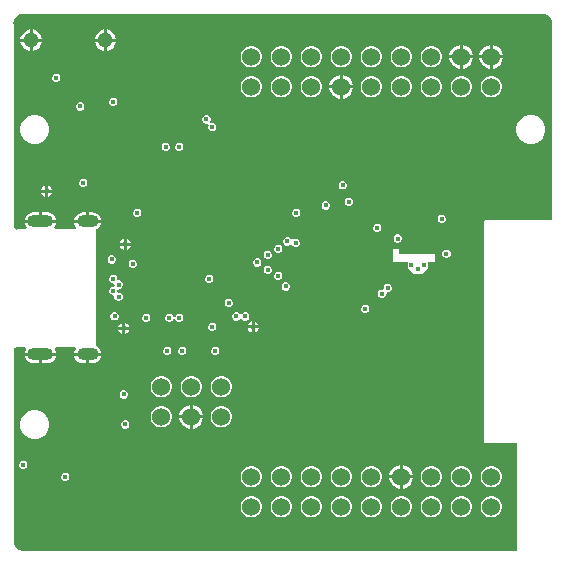
<source format=gbr>
%TF.GenerationSoftware,Altium Limited,Altium Designer Develop,26.0.0 (27)*%
G04 Layer_Physical_Order=2*
G04 Layer_Color=36540*
%FSLAX45Y45*%
%MOMM*%
%TF.SameCoordinates,D5E2BA32-6F81-40A5-AA13-F30F529DFF44*%
%TF.FilePolarity,Positive*%
%TF.FileFunction,Copper,L2,Inr,Signal*%
%TF.Part,Single*%
G01*
G75*
%TA.AperFunction,ComponentPad*%
%ADD54C,0.45000*%
%ADD55C,1.30000*%
G04:AMPARAMS|DCode=56|XSize=1mm|YSize=1.8mm|CornerRadius=0.5mm|HoleSize=0mm|Usage=FLASHONLY|Rotation=270.000|XOffset=0mm|YOffset=0mm|HoleType=Round|Shape=RoundedRectangle|*
%AMROUNDEDRECTD56*
21,1,1.00000,0.80000,0,0,270.0*
21,1,0.00000,1.80000,0,0,270.0*
1,1,1.00000,-0.40000,0.00000*
1,1,1.00000,-0.40000,0.00000*
1,1,1.00000,0.40000,0.00000*
1,1,1.00000,0.40000,0.00000*
%
%ADD56ROUNDEDRECTD56*%
G04:AMPARAMS|DCode=57|XSize=1mm|YSize=2.2mm|CornerRadius=0.5mm|HoleSize=0mm|Usage=FLASHONLY|Rotation=270.000|XOffset=0mm|YOffset=0mm|HoleType=Round|Shape=RoundedRectangle|*
%AMROUNDEDRECTD57*
21,1,1.00000,1.20000,0,0,270.0*
21,1,0.00000,2.20000,0,0,270.0*
1,1,1.00000,-0.60000,0.00000*
1,1,1.00000,-0.60000,0.00000*
1,1,1.00000,0.60000,0.00000*
1,1,1.00000,0.60000,0.00000*
%
%ADD57ROUNDEDRECTD57*%
%TA.AperFunction,ViaPad*%
%ADD58C,0.45000*%
%ADD59C,0.50000*%
%TA.AperFunction,ComponentPad*%
%ADD60C,1.52400*%
G36*
X4500000Y4480897D02*
X4507968D01*
X4523596Y4477788D01*
X4538319Y4471690D01*
X4551568Y4462837D01*
X4562837Y4451568D01*
X4571690Y4438320D01*
X4577788Y4423595D01*
X4580897Y4407968D01*
X4580897Y4400000D01*
X4580895Y2731546D01*
X4013200D01*
X4003480Y2727520D01*
X3999454Y2717800D01*
Y1612900D01*
X3999714Y1612272D01*
Y862220D01*
X4003740Y852499D01*
X4013460Y848473D01*
X4278854D01*
Y-65298D01*
X100000Y-65297D01*
X92108D01*
X76622Y-62247D01*
X62018Y-56260D01*
X48844Y-47564D01*
X37601Y-36487D01*
X28711Y-23444D01*
X22509Y-8931D01*
X19229Y6509D01*
X19114Y14247D01*
X19103Y1615079D01*
X19102Y1621739D01*
X21701Y1634801D01*
X26799Y1647109D01*
X30373Y1652458D01*
X41604Y1661139D01*
X51324Y1657113D01*
X118570D01*
X126085Y1641873D01*
X121138Y1635425D01*
X113541Y1617084D01*
X112621Y1610100D01*
X247000D01*
X381379D01*
X380459Y1617084D01*
X372862Y1635425D01*
X367915Y1641873D01*
X375430Y1657113D01*
X538570D01*
X546086Y1641873D01*
X541138Y1635425D01*
X533541Y1617084D01*
X532621Y1610100D01*
X647000D01*
X761379D01*
X760459Y1617084D01*
X752862Y1635425D01*
X740776Y1651176D01*
X725025Y1663262D01*
X718687Y1665887D01*
X720746Y1670859D01*
Y2641600D01*
X716720Y2651320D01*
Y2651321D01*
X721026Y2653882D01*
X725025Y2655538D01*
X729206Y2658747D01*
X740776Y2667624D01*
X752862Y2683375D01*
X760459Y2701716D01*
X761378Y2708700D01*
X647000D01*
X532621D01*
X533541Y2701716D01*
X541138Y2683375D01*
X550951Y2670586D01*
X547829Y2660293D01*
X544190Y2655346D01*
X369810D01*
X366171Y2660293D01*
X363049Y2670586D01*
X372862Y2683375D01*
X380459Y2701716D01*
X381379Y2708699D01*
X247000D01*
X112621D01*
X113541Y2701716D01*
X121138Y2683375D01*
X130951Y2670586D01*
X127829Y2660293D01*
X124190Y2655346D01*
X51324D01*
X42375Y2651640D01*
X38907Y2655107D01*
X34426Y2659589D01*
X27283Y2670063D01*
X22212Y2681683D01*
X19376Y2694094D01*
X19103Y2700441D01*
X19102Y4389966D01*
X19007Y4390446D01*
X19079Y4390931D01*
X18679Y4399391D01*
X21194Y4416144D01*
X26928Y4432086D01*
X35661Y4446601D01*
X47059Y4459136D01*
X60682Y4469205D01*
X76007Y4476425D01*
X92447Y4480516D01*
X100482Y4480897D01*
X4500000Y4480897D01*
D02*
G37*
%LPC*%
G36*
X180301Y4346586D02*
Y4269100D01*
X257786D01*
X251839Y4291293D01*
X239938Y4311907D01*
X223107Y4328738D01*
X202493Y4340639D01*
X180301Y4346586D01*
D02*
G37*
G36*
X810299Y4346586D02*
Y4269100D01*
X887786D01*
X881839Y4291293D01*
X869938Y4311907D01*
X853107Y4328738D01*
X832493Y4340639D01*
X810299Y4346586D01*
D02*
G37*
G36*
X784899Y4346586D02*
X762707Y4340639D01*
X742093Y4328738D01*
X725262Y4311907D01*
X713361Y4291293D01*
X707414Y4269100D01*
X784899D01*
Y4346586D01*
D02*
G37*
G36*
X154901Y4346586D02*
X132707Y4340639D01*
X112093Y4328738D01*
X95262Y4311907D01*
X83361Y4291293D01*
X77414Y4269100D01*
X154901D01*
Y4346586D01*
D02*
G37*
G36*
X257786Y4243700D02*
X180301D01*
Y4166214D01*
X202493Y4172161D01*
X223107Y4184062D01*
X239938Y4200893D01*
X251839Y4221507D01*
X257786Y4243700D01*
D02*
G37*
G36*
X784899D02*
X707414D01*
X713361Y4221507D01*
X725262Y4200893D01*
X742093Y4184062D01*
X762707Y4172161D01*
X784899Y4166214D01*
Y4243700D01*
D02*
G37*
G36*
X887786D02*
X810299D01*
Y4166214D01*
X832493Y4172161D01*
X853107Y4184062D01*
X869938Y4200893D01*
X881839Y4221507D01*
X887786Y4243700D01*
D02*
G37*
G36*
X154901D02*
X77414D01*
X83361Y4221507D01*
X95262Y4200893D01*
X112093Y4184062D01*
X132707Y4172161D01*
X154901Y4166214D01*
Y4243700D01*
D02*
G37*
G36*
X4077376Y4216400D02*
X4076700D01*
Y4127500D01*
X4165600D01*
Y4128176D01*
X4158676Y4154016D01*
X4145300Y4177184D01*
X4126384Y4196100D01*
X4103216Y4209476D01*
X4077376Y4216400D01*
D02*
G37*
G36*
X3823376D02*
X3822700D01*
Y4127500D01*
X3911600D01*
Y4128176D01*
X3904676Y4154016D01*
X3891300Y4177184D01*
X3872384Y4196100D01*
X3849216Y4209476D01*
X3823376Y4216400D01*
D02*
G37*
G36*
X3797300D02*
X3796624D01*
X3770784Y4209476D01*
X3747616Y4196100D01*
X3728700Y4177184D01*
X3715324Y4154016D01*
X3708400Y4128176D01*
Y4127500D01*
X3797300D01*
Y4216400D01*
D02*
G37*
G36*
X4051300D02*
X4050624D01*
X4024784Y4209476D01*
X4001616Y4196100D01*
X3982700Y4177184D01*
X3969324Y4154016D01*
X3962400Y4128176D01*
Y4127500D01*
X4051300D01*
Y4216400D01*
D02*
G37*
G36*
X3567704Y4203700D02*
X3544296D01*
X3521686Y4197642D01*
X3501414Y4185938D01*
X3484862Y4169386D01*
X3473158Y4149114D01*
X3467100Y4126504D01*
Y4103096D01*
X3473158Y4080486D01*
X3484862Y4060214D01*
X3501414Y4043662D01*
X3521686Y4031958D01*
X3544296Y4025900D01*
X3567704D01*
X3590314Y4031958D01*
X3610586Y4043662D01*
X3627138Y4060214D01*
X3638842Y4080486D01*
X3644900Y4103096D01*
Y4126504D01*
X3638842Y4149114D01*
X3627138Y4169386D01*
X3610586Y4185938D01*
X3590314Y4197642D01*
X3567704Y4203700D01*
D02*
G37*
G36*
X3313704D02*
X3290296D01*
X3267686Y4197642D01*
X3247414Y4185938D01*
X3230862Y4169386D01*
X3219158Y4149114D01*
X3213100Y4126504D01*
Y4103096D01*
X3219158Y4080486D01*
X3230862Y4060214D01*
X3247414Y4043662D01*
X3267686Y4031958D01*
X3290296Y4025900D01*
X3313704D01*
X3336314Y4031958D01*
X3356586Y4043662D01*
X3373138Y4060214D01*
X3384842Y4080486D01*
X3390900Y4103096D01*
Y4126504D01*
X3384842Y4149114D01*
X3373138Y4169386D01*
X3356586Y4185938D01*
X3336314Y4197642D01*
X3313704Y4203700D01*
D02*
G37*
G36*
X3059704D02*
X3036296D01*
X3013686Y4197642D01*
X2993414Y4185938D01*
X2976862Y4169386D01*
X2965158Y4149114D01*
X2959100Y4126504D01*
Y4103096D01*
X2965158Y4080486D01*
X2976862Y4060214D01*
X2993414Y4043662D01*
X3013686Y4031958D01*
X3036296Y4025900D01*
X3059704D01*
X3082314Y4031958D01*
X3102586Y4043662D01*
X3119138Y4060214D01*
X3130842Y4080486D01*
X3136900Y4103096D01*
Y4126504D01*
X3130842Y4149114D01*
X3119138Y4169386D01*
X3102586Y4185938D01*
X3082314Y4197642D01*
X3059704Y4203700D01*
D02*
G37*
G36*
X2805704D02*
X2782296D01*
X2759686Y4197642D01*
X2739414Y4185938D01*
X2722862Y4169386D01*
X2711158Y4149114D01*
X2705100Y4126504D01*
Y4103096D01*
X2711158Y4080486D01*
X2722862Y4060214D01*
X2739414Y4043662D01*
X2759686Y4031958D01*
X2782296Y4025900D01*
X2805704D01*
X2828314Y4031958D01*
X2848586Y4043662D01*
X2865138Y4060214D01*
X2876842Y4080486D01*
X2882900Y4103096D01*
Y4126504D01*
X2876842Y4149114D01*
X2865138Y4169386D01*
X2848586Y4185938D01*
X2828314Y4197642D01*
X2805704Y4203700D01*
D02*
G37*
G36*
X2551704D02*
X2528296D01*
X2505686Y4197642D01*
X2485414Y4185938D01*
X2468862Y4169386D01*
X2457158Y4149114D01*
X2451100Y4126504D01*
Y4103096D01*
X2457158Y4080486D01*
X2468862Y4060214D01*
X2485414Y4043662D01*
X2505686Y4031958D01*
X2528296Y4025900D01*
X2551704D01*
X2574314Y4031958D01*
X2594586Y4043662D01*
X2611138Y4060214D01*
X2622842Y4080486D01*
X2628900Y4103096D01*
Y4126504D01*
X2622842Y4149114D01*
X2611138Y4169386D01*
X2594586Y4185938D01*
X2574314Y4197642D01*
X2551704Y4203700D01*
D02*
G37*
G36*
X2297704D02*
X2274296D01*
X2251686Y4197642D01*
X2231414Y4185938D01*
X2214862Y4169386D01*
X2203158Y4149114D01*
X2197100Y4126504D01*
Y4103096D01*
X2203158Y4080486D01*
X2214862Y4060214D01*
X2231414Y4043662D01*
X2251686Y4031958D01*
X2274296Y4025900D01*
X2297704D01*
X2320314Y4031958D01*
X2340586Y4043662D01*
X2357138Y4060214D01*
X2368842Y4080486D01*
X2374900Y4103096D01*
Y4126504D01*
X2368842Y4149114D01*
X2357138Y4169386D01*
X2340586Y4185938D01*
X2320314Y4197642D01*
X2297704Y4203700D01*
D02*
G37*
G36*
X2043704D02*
X2020296D01*
X1997686Y4197642D01*
X1977414Y4185938D01*
X1960862Y4169386D01*
X1949158Y4149114D01*
X1943100Y4126504D01*
Y4103096D01*
X1949158Y4080486D01*
X1960862Y4060214D01*
X1977414Y4043662D01*
X1997686Y4031958D01*
X2020296Y4025900D01*
X2043704D01*
X2066314Y4031958D01*
X2086586Y4043662D01*
X2103138Y4060214D01*
X2114842Y4080486D01*
X2120900Y4103096D01*
Y4126504D01*
X2114842Y4149114D01*
X2103138Y4169386D01*
X2086586Y4185938D01*
X2066314Y4197642D01*
X2043704Y4203700D01*
D02*
G37*
G36*
X4165600Y4102100D02*
X4076700D01*
Y4013200D01*
X4077376D01*
X4103216Y4020124D01*
X4126384Y4033500D01*
X4145300Y4052416D01*
X4158676Y4075584D01*
X4165600Y4101424D01*
Y4102100D01*
D02*
G37*
G36*
X4051300D02*
X3962400D01*
Y4101424D01*
X3969324Y4075584D01*
X3982700Y4052416D01*
X4001616Y4033500D01*
X4024784Y4020124D01*
X4050624Y4013200D01*
X4051300D01*
Y4102100D01*
D02*
G37*
G36*
X3911600D02*
X3822700D01*
Y4013200D01*
X3823376D01*
X3849216Y4020124D01*
X3872384Y4033500D01*
X3891300Y4052416D01*
X3904676Y4075584D01*
X3911600Y4101424D01*
Y4102100D01*
D02*
G37*
G36*
X3797300D02*
X3708400D01*
Y4101424D01*
X3715324Y4075584D01*
X3728700Y4052416D01*
X3747616Y4033500D01*
X3770784Y4020124D01*
X3796624Y4013200D01*
X3797300D01*
Y4102100D01*
D02*
G37*
G36*
X388002Y3972200D02*
X373998D01*
X361061Y3966841D01*
X351159Y3956939D01*
X345800Y3944002D01*
Y3929998D01*
X351159Y3917061D01*
X361061Y3907159D01*
X373998Y3901800D01*
X388002D01*
X400939Y3907159D01*
X410841Y3917061D01*
X416200Y3929998D01*
Y3944002D01*
X410841Y3956939D01*
X400939Y3966841D01*
X388002Y3972200D01*
D02*
G37*
G36*
X2807376Y3962400D02*
X2806700D01*
Y3873500D01*
X2895600D01*
Y3874176D01*
X2888676Y3900016D01*
X2875300Y3923184D01*
X2856384Y3942100D01*
X2833216Y3955476D01*
X2807376Y3962400D01*
D02*
G37*
G36*
X2781300D02*
X2780624D01*
X2754784Y3955476D01*
X2731616Y3942100D01*
X2712700Y3923184D01*
X2699324Y3900016D01*
X2692400Y3874176D01*
Y3873500D01*
X2781300D01*
Y3962400D01*
D02*
G37*
G36*
X4075704Y3949700D02*
X4052296D01*
X4029686Y3943642D01*
X4009414Y3931938D01*
X3992862Y3915386D01*
X3981158Y3895114D01*
X3975100Y3872504D01*
Y3849096D01*
X3981158Y3826486D01*
X3992862Y3806214D01*
X4009414Y3789662D01*
X4029686Y3777958D01*
X4052296Y3771900D01*
X4075704D01*
X4098314Y3777958D01*
X4118586Y3789662D01*
X4135138Y3806214D01*
X4146842Y3826486D01*
X4152900Y3849096D01*
Y3872504D01*
X4146842Y3895114D01*
X4135138Y3915386D01*
X4118586Y3931938D01*
X4098314Y3943642D01*
X4075704Y3949700D01*
D02*
G37*
G36*
X3821704D02*
X3798296D01*
X3775686Y3943642D01*
X3755414Y3931938D01*
X3738862Y3915386D01*
X3727158Y3895114D01*
X3721100Y3872504D01*
Y3849096D01*
X3727158Y3826486D01*
X3738862Y3806214D01*
X3755414Y3789662D01*
X3775686Y3777958D01*
X3798296Y3771900D01*
X3821704D01*
X3844314Y3777958D01*
X3864586Y3789662D01*
X3881138Y3806214D01*
X3892842Y3826486D01*
X3898900Y3849096D01*
Y3872504D01*
X3892842Y3895114D01*
X3881138Y3915386D01*
X3864586Y3931938D01*
X3844314Y3943642D01*
X3821704Y3949700D01*
D02*
G37*
G36*
X3567704D02*
X3544296D01*
X3521686Y3943642D01*
X3501414Y3931938D01*
X3484862Y3915386D01*
X3473158Y3895114D01*
X3467100Y3872504D01*
Y3849096D01*
X3473158Y3826486D01*
X3484862Y3806214D01*
X3501414Y3789662D01*
X3521686Y3777958D01*
X3544296Y3771900D01*
X3567704D01*
X3590314Y3777958D01*
X3610586Y3789662D01*
X3627138Y3806214D01*
X3638842Y3826486D01*
X3644900Y3849096D01*
Y3872504D01*
X3638842Y3895114D01*
X3627138Y3915386D01*
X3610586Y3931938D01*
X3590314Y3943642D01*
X3567704Y3949700D01*
D02*
G37*
G36*
X3313704D02*
X3290296D01*
X3267686Y3943642D01*
X3247414Y3931938D01*
X3230862Y3915386D01*
X3219158Y3895114D01*
X3213100Y3872504D01*
Y3849096D01*
X3219158Y3826486D01*
X3230862Y3806214D01*
X3247414Y3789662D01*
X3267686Y3777958D01*
X3290296Y3771900D01*
X3313704D01*
X3336314Y3777958D01*
X3356586Y3789662D01*
X3373138Y3806214D01*
X3384842Y3826486D01*
X3390900Y3849096D01*
Y3872504D01*
X3384842Y3895114D01*
X3373138Y3915386D01*
X3356586Y3931938D01*
X3336314Y3943642D01*
X3313704Y3949700D01*
D02*
G37*
G36*
X3059704D02*
X3036296D01*
X3013686Y3943642D01*
X2993414Y3931938D01*
X2976862Y3915386D01*
X2965158Y3895114D01*
X2959100Y3872504D01*
Y3849096D01*
X2965158Y3826486D01*
X2976862Y3806214D01*
X2993414Y3789662D01*
X3013686Y3777958D01*
X3036296Y3771900D01*
X3059704D01*
X3082314Y3777958D01*
X3102586Y3789662D01*
X3119138Y3806214D01*
X3130842Y3826486D01*
X3136900Y3849096D01*
Y3872504D01*
X3130842Y3895114D01*
X3119138Y3915386D01*
X3102586Y3931938D01*
X3082314Y3943642D01*
X3059704Y3949700D01*
D02*
G37*
G36*
X2551704D02*
X2528296D01*
X2505686Y3943642D01*
X2485414Y3931938D01*
X2468862Y3915386D01*
X2457158Y3895114D01*
X2451100Y3872504D01*
Y3849096D01*
X2457158Y3826486D01*
X2468862Y3806214D01*
X2485414Y3789662D01*
X2505686Y3777958D01*
X2528296Y3771900D01*
X2551704D01*
X2574314Y3777958D01*
X2594586Y3789662D01*
X2611138Y3806214D01*
X2622842Y3826486D01*
X2628900Y3849096D01*
Y3872504D01*
X2622842Y3895114D01*
X2611138Y3915386D01*
X2594586Y3931938D01*
X2574314Y3943642D01*
X2551704Y3949700D01*
D02*
G37*
G36*
X2297704D02*
X2274296D01*
X2251686Y3943642D01*
X2231414Y3931938D01*
X2214862Y3915386D01*
X2203158Y3895114D01*
X2197100Y3872504D01*
Y3849096D01*
X2203158Y3826486D01*
X2214862Y3806214D01*
X2231414Y3789662D01*
X2251686Y3777958D01*
X2274296Y3771900D01*
X2297704D01*
X2320314Y3777958D01*
X2340586Y3789662D01*
X2357138Y3806214D01*
X2368842Y3826486D01*
X2374900Y3849096D01*
Y3872504D01*
X2368842Y3895114D01*
X2357138Y3915386D01*
X2340586Y3931938D01*
X2320314Y3943642D01*
X2297704Y3949700D01*
D02*
G37*
G36*
X2043704D02*
X2020296D01*
X1997686Y3943642D01*
X1977414Y3931938D01*
X1960862Y3915386D01*
X1949158Y3895114D01*
X1943100Y3872504D01*
Y3849096D01*
X1949158Y3826486D01*
X1960862Y3806214D01*
X1977414Y3789662D01*
X1997686Y3777958D01*
X2020296Y3771900D01*
X2043704D01*
X2066314Y3777958D01*
X2086586Y3789662D01*
X2103138Y3806214D01*
X2114842Y3826486D01*
X2120900Y3849096D01*
Y3872504D01*
X2114842Y3895114D01*
X2103138Y3915386D01*
X2086586Y3931938D01*
X2066314Y3943642D01*
X2043704Y3949700D01*
D02*
G37*
G36*
X2895600Y3848100D02*
X2806700D01*
Y3759200D01*
X2807376D01*
X2833216Y3766124D01*
X2856384Y3779500D01*
X2875300Y3798416D01*
X2888676Y3821584D01*
X2895600Y3847424D01*
Y3848100D01*
D02*
G37*
G36*
X2781300D02*
X2692400D01*
Y3847424D01*
X2699324Y3821584D01*
X2712700Y3798416D01*
X2731616Y3779500D01*
X2754784Y3766124D01*
X2780624Y3759200D01*
X2781300D01*
Y3848100D01*
D02*
G37*
G36*
X870602Y3769000D02*
X856598D01*
X843661Y3763641D01*
X833759Y3753739D01*
X828400Y3740802D01*
Y3726798D01*
X833759Y3713861D01*
X843661Y3703959D01*
X856598Y3698600D01*
X870602D01*
X883539Y3703959D01*
X893441Y3713861D01*
X898800Y3726798D01*
Y3740802D01*
X893441Y3753739D01*
X883539Y3763641D01*
X870602Y3769000D01*
D02*
G37*
G36*
X591202Y3730900D02*
X577198D01*
X564261Y3725541D01*
X554359Y3715639D01*
X549000Y3702702D01*
Y3688698D01*
X554359Y3675761D01*
X564261Y3665859D01*
X577198Y3660500D01*
X591202D01*
X604139Y3665859D01*
X614041Y3675761D01*
X619400Y3688698D01*
Y3702702D01*
X614041Y3715639D01*
X604139Y3725541D01*
X591202Y3730900D01*
D02*
G37*
G36*
X1658802Y3620429D02*
X1644798D01*
X1631861Y3615070D01*
X1621959Y3605168D01*
X1616600Y3592231D01*
Y3578228D01*
X1621959Y3565290D01*
X1631861Y3555388D01*
X1644798Y3550029D01*
X1658802D01*
X1660278Y3550641D01*
X1667882Y3542928D01*
X1670372Y3538326D01*
X1665619Y3526850D01*
Y3512847D01*
X1670978Y3499910D01*
X1680880Y3490008D01*
X1693817Y3484649D01*
X1707820D01*
X1720758Y3490008D01*
X1730659Y3499910D01*
X1736018Y3512847D01*
Y3526850D01*
X1730659Y3539788D01*
X1720758Y3549690D01*
X1707820Y3555049D01*
X1693817D01*
X1692340Y3554437D01*
X1684737Y3562150D01*
X1682246Y3566752D01*
X1687000Y3578228D01*
Y3592231D01*
X1681641Y3605168D01*
X1671739Y3615070D01*
X1658802Y3620429D01*
D02*
G37*
G36*
X4416154Y3622700D02*
X4383846D01*
X4352640Y3614338D01*
X4324661Y3598185D01*
X4301816Y3575340D01*
X4285662Y3547360D01*
X4277300Y3516154D01*
Y3483846D01*
X4285662Y3452640D01*
X4301816Y3424661D01*
X4324661Y3401816D01*
X4352640Y3385662D01*
X4383846Y3377300D01*
X4416154D01*
X4447360Y3385662D01*
X4475340Y3401816D01*
X4498185Y3424661D01*
X4514338Y3452640D01*
X4522700Y3483846D01*
Y3516154D01*
X4514338Y3547360D01*
X4498185Y3575340D01*
X4475340Y3598185D01*
X4447360Y3614338D01*
X4416154Y3622700D01*
D02*
G37*
G36*
X216154D02*
X183846D01*
X152640Y3614338D01*
X124661Y3598185D01*
X101816Y3575340D01*
X85662Y3547360D01*
X77300Y3516154D01*
Y3483846D01*
X85662Y3452640D01*
X101816Y3424661D01*
X124661Y3401816D01*
X152640Y3385662D01*
X183846Y3377300D01*
X216154D01*
X247360Y3385662D01*
X275340Y3401816D01*
X298185Y3424661D01*
X314338Y3452640D01*
X322700Y3483846D01*
Y3516154D01*
X314338Y3547360D01*
X298185Y3575340D01*
X275340Y3598185D01*
X247360Y3614338D01*
X216154Y3622700D01*
D02*
G37*
G36*
X1429402Y3388000D02*
X1415398D01*
X1402461Y3382641D01*
X1392559Y3372739D01*
X1387200Y3359802D01*
Y3345798D01*
X1392559Y3332861D01*
X1402461Y3322959D01*
X1415398Y3317600D01*
X1429402D01*
X1442339Y3322959D01*
X1452241Y3332861D01*
X1457600Y3345798D01*
Y3359802D01*
X1452241Y3372739D01*
X1442339Y3382641D01*
X1429402Y3388000D01*
D02*
G37*
G36*
X1315102D02*
X1301098D01*
X1288161Y3382641D01*
X1278259Y3372739D01*
X1272900Y3359802D01*
Y3345798D01*
X1278259Y3332861D01*
X1288161Y3322959D01*
X1301098Y3317600D01*
X1315102D01*
X1328039Y3322959D01*
X1337941Y3332861D01*
X1343300Y3345798D01*
Y3359802D01*
X1337941Y3372739D01*
X1328039Y3382641D01*
X1315102Y3388000D01*
D02*
G37*
G36*
X616602Y3083200D02*
X602598D01*
X589661Y3077841D01*
X579759Y3067939D01*
X574400Y3055002D01*
Y3040998D01*
X579759Y3028061D01*
X589661Y3018159D01*
X602598Y3012800D01*
X616602D01*
X629539Y3018159D01*
X639441Y3028061D01*
X644800Y3040998D01*
Y3055002D01*
X639441Y3067939D01*
X629539Y3077841D01*
X616602Y3083200D01*
D02*
G37*
G36*
X2813702Y3062880D02*
X2799698D01*
X2786761Y3057521D01*
X2776859Y3047619D01*
X2771500Y3034682D01*
Y3020678D01*
X2776859Y3007741D01*
X2786761Y2997839D01*
X2799698Y2992480D01*
X2813702D01*
X2826639Y2997839D01*
X2836541Y3007741D01*
X2841900Y3020678D01*
Y3034682D01*
X2836541Y3047619D01*
X2826639Y3057521D01*
X2813702Y3062880D01*
D02*
G37*
G36*
X312420Y3023466D02*
Y2989580D01*
X346306D01*
X340327Y3004013D01*
X326853Y3017487D01*
X312420Y3023466D01*
D02*
G37*
G36*
X287020D02*
X272587Y3017487D01*
X259113Y3004013D01*
X253134Y2989580D01*
X287020D01*
Y3023466D01*
D02*
G37*
G36*
X346306Y2964180D02*
X312420D01*
Y2930294D01*
X326853Y2936273D01*
X340327Y2949747D01*
X346306Y2964180D01*
D02*
G37*
G36*
X287020D02*
X253134D01*
X259113Y2949747D01*
X272587Y2936273D01*
X287020Y2930294D01*
Y2964180D01*
D02*
G37*
G36*
X2863950Y2922801D02*
X2849947D01*
X2837009Y2917442D01*
X2827107Y2907540D01*
X2821748Y2894603D01*
Y2880599D01*
X2827107Y2867662D01*
X2837009Y2857760D01*
X2849947Y2852401D01*
X2863950D01*
X2876887Y2857760D01*
X2886789Y2867662D01*
X2892148Y2880599D01*
Y2894603D01*
X2886789Y2907540D01*
X2876887Y2917442D01*
X2863950Y2922801D01*
D02*
G37*
G36*
X2669656Y2891885D02*
X2655652D01*
X2642715Y2886526D01*
X2632813Y2876624D01*
X2627454Y2863687D01*
Y2849683D01*
X2632813Y2836746D01*
X2642715Y2826844D01*
X2655652Y2821485D01*
X2669656D01*
X2682593Y2826844D01*
X2692495Y2836746D01*
X2697854Y2849683D01*
Y2863687D01*
X2692495Y2876624D01*
X2682593Y2886526D01*
X2669656Y2891885D01*
D02*
G37*
G36*
X2420002Y2829200D02*
X2405998D01*
X2393061Y2823841D01*
X2383159Y2813939D01*
X2377800Y2801002D01*
Y2786998D01*
X2383159Y2774061D01*
X2393061Y2764159D01*
X2405998Y2758800D01*
X2420002D01*
X2432939Y2764159D01*
X2442841Y2774061D01*
X2448200Y2786998D01*
Y2801002D01*
X2442841Y2813939D01*
X2432939Y2823841D01*
X2420002Y2829200D01*
D02*
G37*
G36*
X1073802D02*
X1059798D01*
X1046861Y2823841D01*
X1036959Y2813939D01*
X1031600Y2801002D01*
Y2786998D01*
X1036959Y2774061D01*
X1046861Y2764159D01*
X1059798Y2758800D01*
X1073802D01*
X1086739Y2764159D01*
X1096641Y2774061D01*
X1102000Y2786998D01*
Y2801002D01*
X1096641Y2813939D01*
X1086739Y2823841D01*
X1073802Y2829200D01*
D02*
G37*
G36*
X687000Y2797451D02*
X659700D01*
Y2734100D01*
X761379D01*
X760459Y2741083D01*
X752862Y2759425D01*
X740776Y2775176D01*
X725025Y2787262D01*
X706683Y2794859D01*
X687000Y2797451D01*
D02*
G37*
G36*
X634300D02*
X607000D01*
X587317Y2794859D01*
X568975Y2787262D01*
X553224Y2775176D01*
X541138Y2759425D01*
X533541Y2741083D01*
X532621Y2734100D01*
X634300D01*
Y2797451D01*
D02*
G37*
G36*
X307000D02*
X259700D01*
Y2734099D01*
X381379D01*
X380459Y2741083D01*
X372862Y2759425D01*
X360776Y2775176D01*
X345025Y2787262D01*
X326684Y2794859D01*
X307000Y2797451D01*
D02*
G37*
G36*
X234300D02*
X187000D01*
X167316Y2794859D01*
X148975Y2787262D01*
X133224Y2775176D01*
X121138Y2759425D01*
X113541Y2741083D01*
X112621Y2734099D01*
X234300D01*
Y2797451D01*
D02*
G37*
G36*
X3651902Y2778400D02*
X3637898D01*
X3624961Y2773041D01*
X3615059Y2763139D01*
X3609700Y2750202D01*
Y2736198D01*
X3615059Y2723261D01*
X3624961Y2713359D01*
X3637898Y2708000D01*
X3651902D01*
X3664839Y2713359D01*
X3674741Y2723261D01*
X3680100Y2736198D01*
Y2750202D01*
X3674741Y2763139D01*
X3664839Y2773041D01*
X3651902Y2778400D01*
D02*
G37*
G36*
X3105802Y2702200D02*
X3091798D01*
X3078861Y2696841D01*
X3068959Y2686939D01*
X3063600Y2674002D01*
Y2659998D01*
X3068959Y2647061D01*
X3078861Y2637159D01*
X3091798Y2631800D01*
X3105802D01*
X3118739Y2637159D01*
X3128641Y2647061D01*
X3134000Y2659998D01*
Y2674002D01*
X3128641Y2686939D01*
X3118739Y2696841D01*
X3105802Y2702200D01*
D02*
G37*
G36*
X977000Y2576658D02*
Y2542772D01*
X1010886D01*
X1004908Y2557205D01*
X991433Y2570679D01*
X977000Y2576658D01*
D02*
G37*
G36*
X951600D02*
X937167Y2570679D01*
X923693Y2557205D01*
X917714Y2542772D01*
X951600D01*
Y2576658D01*
D02*
G37*
G36*
X3278522Y2610760D02*
X3264518D01*
X3251581Y2605401D01*
X3241679Y2595499D01*
X3236320Y2582562D01*
Y2568558D01*
X3241679Y2555621D01*
X3251581Y2545719D01*
X3264518Y2540360D01*
X3278522D01*
X3291459Y2545719D01*
X3301361Y2555621D01*
X3306720Y2568558D01*
Y2582562D01*
X3301361Y2595499D01*
X3291459Y2605401D01*
X3278522Y2610760D01*
D02*
G37*
G36*
X2343802Y2587900D02*
X2329798D01*
X2316861Y2582541D01*
X2306959Y2572639D01*
X2301600Y2559702D01*
Y2545698D01*
X2306959Y2532761D01*
X2316861Y2522859D01*
X2329798Y2517500D01*
X2343802D01*
X2356739Y2522859D01*
X2360277Y2526398D01*
X2378009Y2523414D01*
X2379398Y2520061D01*
X2389300Y2510159D01*
X2402237Y2504800D01*
X2416241D01*
X2429178Y2510159D01*
X2439080Y2520061D01*
X2444439Y2532998D01*
Y2547002D01*
X2439080Y2559939D01*
X2429178Y2569841D01*
X2416241Y2575200D01*
X2402237D01*
X2389300Y2569841D01*
X2385762Y2566302D01*
X2368030Y2569286D01*
X2366641Y2572639D01*
X2356739Y2582541D01*
X2343802Y2587900D01*
D02*
G37*
G36*
X1010886Y2517372D02*
X977000D01*
Y2483486D01*
X991433Y2489464D01*
X1004908Y2502939D01*
X1010886Y2517372D01*
D02*
G37*
G36*
X951600D02*
X917714D01*
X923693Y2502939D01*
X937167Y2489464D01*
X951600Y2483486D01*
Y2517372D01*
D02*
G37*
G36*
X2267602Y2524400D02*
X2253598D01*
X2240661Y2519041D01*
X2230759Y2509139D01*
X2225400Y2496202D01*
Y2482198D01*
X2230759Y2469261D01*
X2240661Y2459359D01*
X2253598Y2454000D01*
X2267602D01*
X2280539Y2459359D01*
X2290441Y2469261D01*
X2295800Y2482198D01*
Y2496202D01*
X2290441Y2509139D01*
X2280539Y2519041D01*
X2267602Y2524400D01*
D02*
G37*
G36*
X3691820Y2482846D02*
X3677817D01*
X3664880Y2477487D01*
X3654978Y2467585D01*
X3649619Y2454648D01*
Y2440644D01*
X3654978Y2427707D01*
X3664880Y2417805D01*
X3677817Y2412446D01*
X3691820D01*
X3704758Y2417805D01*
X3714660Y2427707D01*
X3720018Y2440644D01*
Y2454648D01*
X3714660Y2467585D01*
X3704758Y2477487D01*
X3691820Y2482846D01*
D02*
G37*
G36*
X2178702Y2473600D02*
X2164698D01*
X2151761Y2468241D01*
X2141859Y2458339D01*
X2136500Y2445402D01*
Y2431398D01*
X2141859Y2418461D01*
X2151761Y2408559D01*
X2164698Y2403200D01*
X2178702D01*
X2191639Y2408559D01*
X2201541Y2418461D01*
X2206900Y2431398D01*
Y2445402D01*
X2201541Y2458339D01*
X2191639Y2468241D01*
X2178702Y2473600D01*
D02*
G37*
G36*
X857902Y2435500D02*
X843898D01*
X830961Y2430141D01*
X821059Y2420239D01*
X815700Y2407302D01*
Y2393298D01*
X821059Y2380361D01*
X830961Y2370459D01*
X843898Y2365100D01*
X857902D01*
X870839Y2370459D01*
X880741Y2380361D01*
X886100Y2393298D01*
Y2407302D01*
X880741Y2420239D01*
X870839Y2430141D01*
X857902Y2435500D01*
D02*
G37*
G36*
X2089979Y2409923D02*
X2075976D01*
X2063038Y2404564D01*
X2053136Y2394662D01*
X2047777Y2381724D01*
Y2367721D01*
X2053136Y2354784D01*
X2063038Y2344882D01*
X2075976Y2339523D01*
X2089979D01*
X2102916Y2344882D01*
X2112818Y2354784D01*
X2118177Y2367721D01*
Y2381724D01*
X2112818Y2394662D01*
X2102916Y2404564D01*
X2089979Y2409923D01*
D02*
G37*
G36*
X1035702Y2397400D02*
X1021698D01*
X1008761Y2392041D01*
X998859Y2382139D01*
X993500Y2369202D01*
Y2355198D01*
X998859Y2342261D01*
X1008761Y2332359D01*
X1021698Y2327000D01*
X1035702D01*
X1048639Y2332359D01*
X1058541Y2342261D01*
X1063900Y2355198D01*
Y2369202D01*
X1058541Y2382139D01*
X1048639Y2392041D01*
X1035702Y2397400D01*
D02*
G37*
G36*
X2178702Y2346600D02*
X2164698D01*
X2151761Y2341241D01*
X2141859Y2331339D01*
X2136500Y2318402D01*
Y2304398D01*
X2141859Y2291461D01*
X2151761Y2281559D01*
X2164698Y2276200D01*
X2178702D01*
X2191639Y2281559D01*
X2201541Y2291461D01*
X2206900Y2304398D01*
Y2318402D01*
X2201541Y2331339D01*
X2191639Y2341241D01*
X2178702Y2346600D01*
D02*
G37*
G36*
X3286760Y2486660D02*
X3230880D01*
Y2377440D01*
X3355650D01*
Y2324507D01*
X3404125Y2276033D01*
Y2275840D01*
X3482340D01*
X3482727Y2275453D01*
X3531008Y2323735D01*
Y2377440D01*
X3591560D01*
Y2446020D01*
X3289300D01*
X3286760Y2448560D01*
Y2486660D01*
D02*
G37*
G36*
X2267602Y2295800D02*
X2253598D01*
X2240661Y2290441D01*
X2230759Y2280539D01*
X2225400Y2267602D01*
Y2253598D01*
X2230759Y2240661D01*
X2240661Y2230759D01*
X2253598Y2225400D01*
X2267602D01*
X2280539Y2230759D01*
X2290441Y2240661D01*
X2295800Y2253598D01*
Y2267602D01*
X2290441Y2280539D01*
X2280539Y2290441D01*
X2267602Y2295800D01*
D02*
G37*
G36*
X1683402Y2270400D02*
X1669398D01*
X1656461Y2265041D01*
X1646559Y2255139D01*
X1641200Y2242202D01*
Y2228198D01*
X1646559Y2215261D01*
X1656461Y2205359D01*
X1669398Y2200000D01*
X1683402D01*
X1696339Y2205359D01*
X1706241Y2215261D01*
X1711600Y2228198D01*
Y2242202D01*
X1706241Y2255139D01*
X1696339Y2265041D01*
X1683402Y2270400D01*
D02*
G37*
G36*
X2331102Y2206900D02*
X2317098D01*
X2304161Y2201541D01*
X2294259Y2191639D01*
X2288900Y2178702D01*
Y2164698D01*
X2294259Y2151761D01*
X2304161Y2141859D01*
X2317098Y2136500D01*
X2331102D01*
X2344039Y2141859D01*
X2353941Y2151761D01*
X2359300Y2164698D01*
Y2178702D01*
X2353941Y2191639D01*
X2344039Y2201541D01*
X2331102Y2206900D01*
D02*
G37*
G36*
X3194702Y2194200D02*
X3180698D01*
X3167761Y2188841D01*
X3157859Y2178939D01*
X3152500Y2166002D01*
Y2156334D01*
X3147335Y2148565D01*
X3139566Y2143400D01*
X3129898D01*
X3116961Y2138041D01*
X3107059Y2128139D01*
X3101700Y2115202D01*
Y2101198D01*
X3107059Y2088261D01*
X3116961Y2078359D01*
X3129898Y2073000D01*
X3143902D01*
X3156839Y2078359D01*
X3166741Y2088261D01*
X3172100Y2101198D01*
Y2110866D01*
X3177265Y2118635D01*
X3185034Y2123800D01*
X3194702D01*
X3207639Y2129159D01*
X3217541Y2139061D01*
X3222900Y2151998D01*
Y2166002D01*
X3217541Y2178939D01*
X3207639Y2188841D01*
X3194702Y2194200D01*
D02*
G37*
G36*
X870602Y2270400D02*
X856598D01*
X843661Y2265041D01*
X833759Y2255139D01*
X828400Y2242202D01*
Y2228198D01*
X833759Y2215261D01*
X843661Y2205359D01*
X856598Y2200000D01*
X861849D01*
X872435Y2194780D01*
X875547Y2185920D01*
Y2182224D01*
X874233Y2178017D01*
X863648Y2168145D01*
X857145D01*
X844208Y2162786D01*
X834306Y2152884D01*
X828947Y2139946D01*
Y2125943D01*
X834306Y2113006D01*
X844208Y2103104D01*
X857145Y2097745D01*
X860396D01*
X872409Y2090929D01*
X873753Y2083665D01*
Y2076163D01*
X879112Y2063226D01*
X889014Y2053324D01*
X901951Y2047965D01*
X915954D01*
X928892Y2053324D01*
X938794Y2063226D01*
X944153Y2076163D01*
Y2090167D01*
X938794Y2103104D01*
X928892Y2113006D01*
X915954Y2118365D01*
X912704D01*
X900690Y2125181D01*
X899347Y2132445D01*
Y2136964D01*
X900661Y2141172D01*
X911246Y2151044D01*
X917749D01*
X930686Y2156403D01*
X940588Y2166305D01*
X945947Y2179243D01*
Y2193246D01*
X940588Y2206183D01*
X930686Y2216085D01*
X917749Y2221444D01*
X912498D01*
X901912Y2226664D01*
X898800Y2235524D01*
Y2242202D01*
X893441Y2255139D01*
X883539Y2265041D01*
X870602Y2270400D01*
D02*
G37*
G36*
X1848502Y2067200D02*
X1834498D01*
X1821561Y2061841D01*
X1811659Y2051939D01*
X1806300Y2039002D01*
Y2024998D01*
X1811659Y2012061D01*
X1821561Y2002159D01*
X1834498Y1996800D01*
X1848502D01*
X1861439Y2002159D01*
X1871341Y2012061D01*
X1876700Y2024998D01*
Y2039002D01*
X1871341Y2051939D01*
X1861439Y2061841D01*
X1848502Y2067200D01*
D02*
G37*
G36*
X3004202Y2016400D02*
X2990198D01*
X2977261Y2011041D01*
X2967359Y2001139D01*
X2962000Y1988202D01*
Y1974198D01*
X2967359Y1961261D01*
X2977261Y1951359D01*
X2990198Y1946000D01*
X3004202D01*
X3017139Y1951359D01*
X3027041Y1961261D01*
X3032400Y1974198D01*
Y1988202D01*
X3027041Y2001139D01*
X3017139Y2011041D01*
X3004202Y2016400D01*
D02*
G37*
G36*
X1988202Y1952900D02*
X1974198D01*
X1961261Y1947541D01*
X1951359Y1937639D01*
X1951348Y1937612D01*
X1934852D01*
X1934841Y1937639D01*
X1924939Y1947541D01*
X1912002Y1952900D01*
X1897998D01*
X1885061Y1947541D01*
X1875159Y1937639D01*
X1869800Y1924702D01*
Y1910698D01*
X1875159Y1897761D01*
X1885061Y1887859D01*
X1897998Y1882500D01*
X1912002D01*
X1924939Y1887859D01*
X1934841Y1897761D01*
X1934852Y1897788D01*
X1951348D01*
X1951359Y1897761D01*
X1961261Y1887859D01*
X1974198Y1882500D01*
X1988202D01*
X2001139Y1887859D01*
X2011041Y1897761D01*
X2016400Y1910698D01*
Y1924702D01*
X2011041Y1937639D01*
X2001139Y1947541D01*
X1988202Y1952900D01*
D02*
G37*
G36*
X1429402Y1940200D02*
X1415398D01*
X1402461Y1934841D01*
X1392559Y1924939D01*
X1388580Y1915332D01*
X1373120D01*
X1369141Y1924939D01*
X1359239Y1934841D01*
X1346302Y1940200D01*
X1332298D01*
X1319361Y1934841D01*
X1309459Y1924939D01*
X1304100Y1912002D01*
Y1897998D01*
X1309459Y1885061D01*
X1319361Y1875159D01*
X1332298Y1869800D01*
X1346302D01*
X1359239Y1875159D01*
X1369141Y1885061D01*
X1373120Y1894668D01*
X1388580D01*
X1392559Y1885061D01*
X1402461Y1875159D01*
X1415398Y1869800D01*
X1429402D01*
X1442339Y1875159D01*
X1452241Y1885061D01*
X1457600Y1897998D01*
Y1912002D01*
X1452241Y1924939D01*
X1442339Y1934841D01*
X1429402Y1940200D01*
D02*
G37*
G36*
X881602Y1954600D02*
X867598D01*
X854661Y1949241D01*
X844759Y1939339D01*
X839400Y1926402D01*
Y1912398D01*
X844759Y1899461D01*
X854661Y1889559D01*
X867598Y1884200D01*
X881602D01*
X894539Y1889559D01*
X904441Y1899461D01*
X909800Y1912398D01*
Y1926402D01*
X904441Y1939339D01*
X894539Y1949241D01*
X881602Y1954600D01*
D02*
G37*
G36*
X1150002Y1940200D02*
X1135998D01*
X1123061Y1934841D01*
X1113159Y1924939D01*
X1107800Y1912002D01*
Y1897998D01*
X1113159Y1885061D01*
X1123061Y1875159D01*
X1135998Y1869800D01*
X1150002D01*
X1162939Y1875159D01*
X1172841Y1885061D01*
X1178200Y1897998D01*
Y1912002D01*
X1172841Y1924939D01*
X1162939Y1934841D01*
X1150002Y1940200D01*
D02*
G37*
G36*
X2061730Y1876083D02*
Y1842197D01*
X2095616D01*
X2089637Y1856631D01*
X2076163Y1870105D01*
X2061730Y1876083D01*
D02*
G37*
G36*
X2036330D02*
X2021897Y1870105D01*
X2008422Y1856631D01*
X2002444Y1842197D01*
X2036330D01*
Y1876083D01*
D02*
G37*
G36*
X965200Y1862686D02*
Y1828800D01*
X999086D01*
X993107Y1843233D01*
X979633Y1856707D01*
X965200Y1862686D01*
D02*
G37*
G36*
X939800D02*
X925367Y1856707D01*
X911893Y1843233D01*
X905914Y1828800D01*
X939800D01*
Y1862686D01*
D02*
G37*
G36*
X1708802Y1864000D02*
X1694798D01*
X1681861Y1858641D01*
X1671959Y1848739D01*
X1666600Y1835802D01*
Y1821798D01*
X1671959Y1808861D01*
X1681861Y1798959D01*
X1694798Y1793600D01*
X1708802D01*
X1721739Y1798959D01*
X1731641Y1808861D01*
X1737000Y1821798D01*
Y1835802D01*
X1731641Y1848739D01*
X1721739Y1858641D01*
X1708802Y1864000D01*
D02*
G37*
G36*
X2095616Y1816797D02*
X2061730D01*
Y1782912D01*
X2076163Y1788890D01*
X2089637Y1802364D01*
X2095616Y1816797D01*
D02*
G37*
G36*
X2036330D02*
X2002444D01*
X2008422Y1802364D01*
X2021897Y1788890D01*
X2036330Y1782912D01*
Y1816797D01*
D02*
G37*
G36*
X999086Y1803400D02*
X965200D01*
Y1769514D01*
X979633Y1775493D01*
X993107Y1788967D01*
X999086Y1803400D01*
D02*
G37*
G36*
X939800D02*
X905914D01*
X911893Y1788967D01*
X925367Y1775493D01*
X939800Y1769514D01*
Y1803400D01*
D02*
G37*
G36*
X1734202Y1660800D02*
X1720198D01*
X1707261Y1655441D01*
X1697359Y1645539D01*
X1692000Y1632602D01*
Y1618598D01*
X1697359Y1605661D01*
X1707261Y1595759D01*
X1720198Y1590400D01*
X1734202D01*
X1747139Y1595759D01*
X1757041Y1605661D01*
X1762400Y1618598D01*
Y1632602D01*
X1757041Y1645539D01*
X1747139Y1655441D01*
X1734202Y1660800D01*
D02*
G37*
G36*
X1454802D02*
X1440798D01*
X1427861Y1655441D01*
X1417959Y1645539D01*
X1412600Y1632602D01*
Y1618598D01*
X1417959Y1605661D01*
X1427861Y1595759D01*
X1440798Y1590400D01*
X1454802D01*
X1467739Y1595759D01*
X1477641Y1605661D01*
X1483000Y1618598D01*
Y1632602D01*
X1477641Y1645539D01*
X1467739Y1655441D01*
X1454802Y1660800D01*
D02*
G37*
G36*
X1327802D02*
X1313798D01*
X1300861Y1655441D01*
X1290959Y1645539D01*
X1285600Y1632602D01*
Y1618598D01*
X1290959Y1605661D01*
X1300861Y1595759D01*
X1313798Y1590400D01*
X1327802D01*
X1340739Y1595759D01*
X1350641Y1605661D01*
X1356000Y1618598D01*
Y1632602D01*
X1350641Y1645539D01*
X1340739Y1655441D01*
X1327802Y1660800D01*
D02*
G37*
G36*
X761378Y1584700D02*
X659700D01*
Y1521350D01*
X687000D01*
X706683Y1523941D01*
X725025Y1531538D01*
X740776Y1543624D01*
X752862Y1559375D01*
X760459Y1577717D01*
X761378Y1584700D01*
D02*
G37*
G36*
X634300D02*
X532621D01*
X533541Y1577717D01*
X541138Y1559375D01*
X553224Y1543624D01*
X568975Y1531538D01*
X587317Y1523941D01*
X607000Y1521350D01*
X634300D01*
Y1584700D01*
D02*
G37*
G36*
X381379Y1584700D02*
X259700D01*
Y1521350D01*
X307000D01*
X326684Y1523941D01*
X345025Y1531538D01*
X360776Y1543624D01*
X372862Y1559375D01*
X380459Y1577717D01*
X381379Y1584700D01*
D02*
G37*
G36*
X234300D02*
X112621D01*
X113541Y1577717D01*
X121138Y1559375D01*
X133224Y1543624D01*
X148975Y1531538D01*
X167316Y1523941D01*
X187000Y1521350D01*
X234300D01*
Y1584700D01*
D02*
G37*
G36*
X1789704Y1409700D02*
X1766296D01*
X1743686Y1403642D01*
X1723414Y1391938D01*
X1706862Y1375386D01*
X1695158Y1355114D01*
X1689100Y1332504D01*
Y1309096D01*
X1695158Y1286486D01*
X1706862Y1266214D01*
X1723414Y1249662D01*
X1743686Y1237958D01*
X1766296Y1231900D01*
X1789704D01*
X1812314Y1237958D01*
X1832586Y1249662D01*
X1849138Y1266214D01*
X1860842Y1286486D01*
X1866900Y1309096D01*
Y1332504D01*
X1860842Y1355114D01*
X1849138Y1375386D01*
X1832586Y1391938D01*
X1812314Y1403642D01*
X1789704Y1409700D01*
D02*
G37*
G36*
X1535704D02*
X1512296D01*
X1489686Y1403642D01*
X1469414Y1391938D01*
X1452862Y1375386D01*
X1441158Y1355114D01*
X1435100Y1332504D01*
Y1309096D01*
X1441158Y1286486D01*
X1452862Y1266214D01*
X1469414Y1249662D01*
X1489686Y1237958D01*
X1512296Y1231900D01*
X1535704D01*
X1558314Y1237958D01*
X1578586Y1249662D01*
X1595138Y1266214D01*
X1606842Y1286486D01*
X1612900Y1309096D01*
Y1332504D01*
X1606842Y1355114D01*
X1595138Y1375386D01*
X1578586Y1391938D01*
X1558314Y1403642D01*
X1535704Y1409700D01*
D02*
G37*
G36*
X1281704D02*
X1258296D01*
X1235686Y1403642D01*
X1215414Y1391938D01*
X1198862Y1375386D01*
X1187158Y1355114D01*
X1181100Y1332504D01*
Y1309096D01*
X1187158Y1286486D01*
X1198862Y1266214D01*
X1215414Y1249662D01*
X1235686Y1237958D01*
X1258296Y1231900D01*
X1281704D01*
X1304314Y1237958D01*
X1324586Y1249662D01*
X1341138Y1266214D01*
X1352842Y1286486D01*
X1358900Y1309096D01*
Y1332504D01*
X1352842Y1355114D01*
X1341138Y1375386D01*
X1324586Y1391938D01*
X1304314Y1403642D01*
X1281704Y1409700D01*
D02*
G37*
G36*
X959502Y1292500D02*
X945498D01*
X932561Y1287141D01*
X922659Y1277239D01*
X917300Y1264302D01*
Y1250298D01*
X922659Y1237361D01*
X932561Y1227459D01*
X945498Y1222100D01*
X959502D01*
X972439Y1227459D01*
X982341Y1237361D01*
X987700Y1250298D01*
Y1264302D01*
X982341Y1277239D01*
X972439Y1287141D01*
X959502Y1292500D01*
D02*
G37*
G36*
X1537376Y1168400D02*
X1536700D01*
Y1079500D01*
X1625600D01*
Y1080176D01*
X1618676Y1106016D01*
X1605300Y1129184D01*
X1586384Y1148100D01*
X1563216Y1161476D01*
X1537376Y1168400D01*
D02*
G37*
G36*
X1511300D02*
X1510624D01*
X1484784Y1161476D01*
X1461616Y1148100D01*
X1442700Y1129184D01*
X1429324Y1106016D01*
X1422400Y1080176D01*
Y1079500D01*
X1511300D01*
Y1168400D01*
D02*
G37*
G36*
X1789704Y1155700D02*
X1766296D01*
X1743686Y1149642D01*
X1723414Y1137938D01*
X1706862Y1121386D01*
X1695158Y1101114D01*
X1689100Y1078504D01*
Y1055096D01*
X1695158Y1032486D01*
X1706862Y1012214D01*
X1723414Y995662D01*
X1743686Y983958D01*
X1766296Y977900D01*
X1789704D01*
X1812314Y983958D01*
X1832586Y995662D01*
X1849138Y1012214D01*
X1860842Y1032486D01*
X1866900Y1055096D01*
Y1078504D01*
X1860842Y1101114D01*
X1849138Y1121386D01*
X1832586Y1137938D01*
X1812314Y1149642D01*
X1789704Y1155700D01*
D02*
G37*
G36*
X1281704D02*
X1258296D01*
X1235686Y1149642D01*
X1215414Y1137938D01*
X1198862Y1121386D01*
X1187158Y1101114D01*
X1181100Y1078504D01*
Y1055096D01*
X1187158Y1032486D01*
X1198862Y1012214D01*
X1215414Y995662D01*
X1235686Y983958D01*
X1258296Y977900D01*
X1281704D01*
X1304314Y983958D01*
X1324586Y995662D01*
X1341138Y1012214D01*
X1352842Y1032486D01*
X1358900Y1055096D01*
Y1078504D01*
X1352842Y1101114D01*
X1341138Y1121386D01*
X1324586Y1137938D01*
X1304314Y1149642D01*
X1281704Y1155700D01*
D02*
G37*
G36*
X972202Y1038500D02*
X958198D01*
X945261Y1033141D01*
X935359Y1023239D01*
X930000Y1010302D01*
Y996298D01*
X935359Y983361D01*
X945261Y973459D01*
X958198Y968100D01*
X972202D01*
X985139Y973459D01*
X995041Y983361D01*
X1000400Y996298D01*
Y1010302D01*
X995041Y1023239D01*
X985139Y1033141D01*
X972202Y1038500D01*
D02*
G37*
G36*
X1625600Y1054100D02*
X1536700D01*
Y965200D01*
X1537376D01*
X1563216Y972124D01*
X1586384Y985500D01*
X1605300Y1004416D01*
X1618676Y1027584D01*
X1625600Y1053424D01*
Y1054100D01*
D02*
G37*
G36*
X1511300D02*
X1422400D01*
Y1053424D01*
X1429324Y1027584D01*
X1442700Y1004416D01*
X1461616Y985500D01*
X1484784Y972124D01*
X1510624Y965200D01*
X1511300D01*
Y1054100D01*
D02*
G37*
G36*
X216154Y1122700D02*
X183846D01*
X152640Y1114338D01*
X124661Y1098184D01*
X101816Y1075339D01*
X85662Y1047360D01*
X77300Y1016154D01*
Y983846D01*
X85662Y952640D01*
X101816Y924661D01*
X124661Y901816D01*
X152640Y885662D01*
X183846Y877300D01*
X216154D01*
X247360Y885662D01*
X275340Y901816D01*
X298185Y924661D01*
X314338Y952640D01*
X322700Y983846D01*
Y1016154D01*
X314338Y1047360D01*
X298185Y1075339D01*
X275340Y1098184D01*
X247360Y1114338D01*
X216154Y1122700D01*
D02*
G37*
G36*
X108602Y695600D02*
X94598D01*
X81661Y690241D01*
X71759Y680339D01*
X66400Y667402D01*
Y653398D01*
X71759Y640461D01*
X81661Y630559D01*
X94598Y625200D01*
X108602D01*
X121539Y630559D01*
X131441Y640461D01*
X136800Y653398D01*
Y667402D01*
X131441Y680339D01*
X121539Y690241D01*
X108602Y695600D01*
D02*
G37*
G36*
X3315376Y660400D02*
X3314700D01*
Y571500D01*
X3403600D01*
Y572176D01*
X3396676Y598016D01*
X3383300Y621184D01*
X3364384Y640100D01*
X3341216Y653476D01*
X3315376Y660400D01*
D02*
G37*
G36*
X3289300D02*
X3288624D01*
X3262784Y653476D01*
X3239616Y640100D01*
X3220700Y621184D01*
X3207324Y598016D01*
X3200400Y572176D01*
Y571500D01*
X3289300D01*
Y660400D01*
D02*
G37*
G36*
X464202Y594000D02*
X450198D01*
X437261Y588641D01*
X427359Y578739D01*
X422000Y565802D01*
Y551798D01*
X427359Y538861D01*
X437261Y528959D01*
X450198Y523600D01*
X464202D01*
X477139Y528959D01*
X487041Y538861D01*
X492400Y551798D01*
Y565802D01*
X487041Y578739D01*
X477139Y588641D01*
X464202Y594000D01*
D02*
G37*
G36*
X4075704Y647700D02*
X4052296D01*
X4029686Y641642D01*
X4009414Y629938D01*
X3992862Y613386D01*
X3981158Y593114D01*
X3975100Y570504D01*
Y547096D01*
X3981158Y524486D01*
X3992862Y504214D01*
X4009414Y487662D01*
X4029686Y475958D01*
X4052296Y469900D01*
X4075704D01*
X4098314Y475958D01*
X4118586Y487662D01*
X4135138Y504214D01*
X4146842Y524486D01*
X4152900Y547096D01*
Y570504D01*
X4146842Y593114D01*
X4135138Y613386D01*
X4118586Y629938D01*
X4098314Y641642D01*
X4075704Y647700D01*
D02*
G37*
G36*
X3821704D02*
X3798296D01*
X3775686Y641642D01*
X3755414Y629938D01*
X3738862Y613386D01*
X3727158Y593114D01*
X3721100Y570504D01*
Y547096D01*
X3727158Y524486D01*
X3738862Y504214D01*
X3755414Y487662D01*
X3775686Y475958D01*
X3798296Y469900D01*
X3821704D01*
X3844314Y475958D01*
X3864586Y487662D01*
X3881138Y504214D01*
X3892842Y524486D01*
X3898900Y547096D01*
Y570504D01*
X3892842Y593114D01*
X3881138Y613386D01*
X3864586Y629938D01*
X3844314Y641642D01*
X3821704Y647700D01*
D02*
G37*
G36*
X3567704D02*
X3544296D01*
X3521686Y641642D01*
X3501414Y629938D01*
X3484862Y613386D01*
X3473158Y593114D01*
X3467100Y570504D01*
Y547096D01*
X3473158Y524486D01*
X3484862Y504214D01*
X3501414Y487662D01*
X3521686Y475958D01*
X3544296Y469900D01*
X3567704D01*
X3590314Y475958D01*
X3610586Y487662D01*
X3627138Y504214D01*
X3638842Y524486D01*
X3644900Y547096D01*
Y570504D01*
X3638842Y593114D01*
X3627138Y613386D01*
X3610586Y629938D01*
X3590314Y641642D01*
X3567704Y647700D01*
D02*
G37*
G36*
X3059704D02*
X3036296D01*
X3013686Y641642D01*
X2993414Y629938D01*
X2976862Y613386D01*
X2965158Y593114D01*
X2959100Y570504D01*
Y547096D01*
X2965158Y524486D01*
X2976862Y504214D01*
X2993414Y487662D01*
X3013686Y475958D01*
X3036296Y469900D01*
X3059704D01*
X3082314Y475958D01*
X3102586Y487662D01*
X3119138Y504214D01*
X3130842Y524486D01*
X3136900Y547096D01*
Y570504D01*
X3130842Y593114D01*
X3119138Y613386D01*
X3102586Y629938D01*
X3082314Y641642D01*
X3059704Y647700D01*
D02*
G37*
G36*
X2805704D02*
X2782296D01*
X2759686Y641642D01*
X2739414Y629938D01*
X2722862Y613386D01*
X2711158Y593114D01*
X2705100Y570504D01*
Y547096D01*
X2711158Y524486D01*
X2722862Y504214D01*
X2739414Y487662D01*
X2759686Y475958D01*
X2782296Y469900D01*
X2805704D01*
X2828314Y475958D01*
X2848586Y487662D01*
X2865138Y504214D01*
X2876842Y524486D01*
X2882900Y547096D01*
Y570504D01*
X2876842Y593114D01*
X2865138Y613386D01*
X2848586Y629938D01*
X2828314Y641642D01*
X2805704Y647700D01*
D02*
G37*
G36*
X2551704D02*
X2528296D01*
X2505686Y641642D01*
X2485414Y629938D01*
X2468862Y613386D01*
X2457158Y593114D01*
X2451100Y570504D01*
Y547096D01*
X2457158Y524486D01*
X2468862Y504214D01*
X2485414Y487662D01*
X2505686Y475958D01*
X2528296Y469900D01*
X2551704D01*
X2574314Y475958D01*
X2594586Y487662D01*
X2611138Y504214D01*
X2622842Y524486D01*
X2628900Y547096D01*
Y570504D01*
X2622842Y593114D01*
X2611138Y613386D01*
X2594586Y629938D01*
X2574314Y641642D01*
X2551704Y647700D01*
D02*
G37*
G36*
X2297704D02*
X2274296D01*
X2251686Y641642D01*
X2231414Y629938D01*
X2214862Y613386D01*
X2203158Y593114D01*
X2197100Y570504D01*
Y547096D01*
X2203158Y524486D01*
X2214862Y504214D01*
X2231414Y487662D01*
X2251686Y475958D01*
X2274296Y469900D01*
X2297704D01*
X2320314Y475958D01*
X2340586Y487662D01*
X2357138Y504214D01*
X2368842Y524486D01*
X2374900Y547096D01*
Y570504D01*
X2368842Y593114D01*
X2357138Y613386D01*
X2340586Y629938D01*
X2320314Y641642D01*
X2297704Y647700D01*
D02*
G37*
G36*
X2043704D02*
X2020296D01*
X1997686Y641642D01*
X1977414Y629938D01*
X1960862Y613386D01*
X1949158Y593114D01*
X1943100Y570504D01*
Y547096D01*
X1949158Y524486D01*
X1960862Y504214D01*
X1977414Y487662D01*
X1997686Y475958D01*
X2020296Y469900D01*
X2043704D01*
X2066314Y475958D01*
X2086586Y487662D01*
X2103138Y504214D01*
X2114842Y524486D01*
X2120900Y547096D01*
Y570504D01*
X2114842Y593114D01*
X2103138Y613386D01*
X2086586Y629938D01*
X2066314Y641642D01*
X2043704Y647700D01*
D02*
G37*
G36*
X3403600Y546100D02*
X3314700D01*
Y457200D01*
X3315376D01*
X3341216Y464124D01*
X3364384Y477500D01*
X3383300Y496416D01*
X3396676Y519584D01*
X3403600Y545424D01*
Y546100D01*
D02*
G37*
G36*
X3289300D02*
X3200400D01*
Y545424D01*
X3207324Y519584D01*
X3220700Y496416D01*
X3239616Y477500D01*
X3262784Y464124D01*
X3288624Y457200D01*
X3289300D01*
Y546100D01*
D02*
G37*
G36*
X4075704Y393700D02*
X4052296D01*
X4029686Y387642D01*
X4009414Y375938D01*
X3992862Y359386D01*
X3981158Y339114D01*
X3975100Y316504D01*
Y293096D01*
X3981158Y270486D01*
X3992862Y250214D01*
X4009414Y233662D01*
X4029686Y221958D01*
X4052296Y215900D01*
X4075704D01*
X4098314Y221958D01*
X4118586Y233662D01*
X4135138Y250214D01*
X4146842Y270486D01*
X4152900Y293096D01*
Y316504D01*
X4146842Y339114D01*
X4135138Y359386D01*
X4118586Y375938D01*
X4098314Y387642D01*
X4075704Y393700D01*
D02*
G37*
G36*
X3821704D02*
X3798296D01*
X3775686Y387642D01*
X3755414Y375938D01*
X3738862Y359386D01*
X3727158Y339114D01*
X3721100Y316504D01*
Y293096D01*
X3727158Y270486D01*
X3738862Y250214D01*
X3755414Y233662D01*
X3775686Y221958D01*
X3798296Y215900D01*
X3821704D01*
X3844314Y221958D01*
X3864586Y233662D01*
X3881138Y250214D01*
X3892842Y270486D01*
X3898900Y293096D01*
Y316504D01*
X3892842Y339114D01*
X3881138Y359386D01*
X3864586Y375938D01*
X3844314Y387642D01*
X3821704Y393700D01*
D02*
G37*
G36*
X3567704D02*
X3544296D01*
X3521686Y387642D01*
X3501414Y375938D01*
X3484862Y359386D01*
X3473158Y339114D01*
X3467100Y316504D01*
Y293096D01*
X3473158Y270486D01*
X3484862Y250214D01*
X3501414Y233662D01*
X3521686Y221958D01*
X3544296Y215900D01*
X3567704D01*
X3590314Y221958D01*
X3610586Y233662D01*
X3627138Y250214D01*
X3638842Y270486D01*
X3644900Y293096D01*
Y316504D01*
X3638842Y339114D01*
X3627138Y359386D01*
X3610586Y375938D01*
X3590314Y387642D01*
X3567704Y393700D01*
D02*
G37*
G36*
X3313704D02*
X3290296D01*
X3267686Y387642D01*
X3247414Y375938D01*
X3230862Y359386D01*
X3219158Y339114D01*
X3213100Y316504D01*
Y293096D01*
X3219158Y270486D01*
X3230862Y250214D01*
X3247414Y233662D01*
X3267686Y221958D01*
X3290296Y215900D01*
X3313704D01*
X3336314Y221958D01*
X3356586Y233662D01*
X3373138Y250214D01*
X3384842Y270486D01*
X3390900Y293096D01*
Y316504D01*
X3384842Y339114D01*
X3373138Y359386D01*
X3356586Y375938D01*
X3336314Y387642D01*
X3313704Y393700D01*
D02*
G37*
G36*
X3059704D02*
X3036296D01*
X3013686Y387642D01*
X2993414Y375938D01*
X2976862Y359386D01*
X2965158Y339114D01*
X2959100Y316504D01*
Y293096D01*
X2965158Y270486D01*
X2976862Y250214D01*
X2993414Y233662D01*
X3013686Y221958D01*
X3036296Y215900D01*
X3059704D01*
X3082314Y221958D01*
X3102586Y233662D01*
X3119138Y250214D01*
X3130842Y270486D01*
X3136900Y293096D01*
Y316504D01*
X3130842Y339114D01*
X3119138Y359386D01*
X3102586Y375938D01*
X3082314Y387642D01*
X3059704Y393700D01*
D02*
G37*
G36*
X2805704D02*
X2782296D01*
X2759686Y387642D01*
X2739414Y375938D01*
X2722862Y359386D01*
X2711158Y339114D01*
X2705100Y316504D01*
Y293096D01*
X2711158Y270486D01*
X2722862Y250214D01*
X2739414Y233662D01*
X2759686Y221958D01*
X2782296Y215900D01*
X2805704D01*
X2828314Y221958D01*
X2848586Y233662D01*
X2865138Y250214D01*
X2876842Y270486D01*
X2882900Y293096D01*
Y316504D01*
X2876842Y339114D01*
X2865138Y359386D01*
X2848586Y375938D01*
X2828314Y387642D01*
X2805704Y393700D01*
D02*
G37*
G36*
X2551704D02*
X2528296D01*
X2505686Y387642D01*
X2485414Y375938D01*
X2468862Y359386D01*
X2457158Y339114D01*
X2451100Y316504D01*
Y293096D01*
X2457158Y270486D01*
X2468862Y250214D01*
X2485414Y233662D01*
X2505686Y221958D01*
X2528296Y215900D01*
X2551704D01*
X2574314Y221958D01*
X2594586Y233662D01*
X2611138Y250214D01*
X2622842Y270486D01*
X2628900Y293096D01*
Y316504D01*
X2622842Y339114D01*
X2611138Y359386D01*
X2594586Y375938D01*
X2574314Y387642D01*
X2551704Y393700D01*
D02*
G37*
G36*
X2297704D02*
X2274296D01*
X2251686Y387642D01*
X2231414Y375938D01*
X2214862Y359386D01*
X2203158Y339114D01*
X2197100Y316504D01*
Y293096D01*
X2203158Y270486D01*
X2214862Y250214D01*
X2231414Y233662D01*
X2251686Y221958D01*
X2274296Y215900D01*
X2297704D01*
X2320314Y221958D01*
X2340586Y233662D01*
X2357138Y250214D01*
X2368842Y270486D01*
X2374900Y293096D01*
Y316504D01*
X2368842Y339114D01*
X2357138Y359386D01*
X2340586Y375938D01*
X2320314Y387642D01*
X2297704Y393700D01*
D02*
G37*
G36*
X2043704D02*
X2020296D01*
X1997686Y387642D01*
X1977414Y375938D01*
X1960862Y359386D01*
X1949158Y339114D01*
X1943100Y316504D01*
Y293096D01*
X1949158Y270486D01*
X1960862Y250214D01*
X1977414Y233662D01*
X1997686Y221958D01*
X2020296Y215900D01*
X2043704D01*
X2066314Y221958D01*
X2086586Y233662D01*
X2103138Y250214D01*
X2114842Y270486D01*
X2120900Y293096D01*
Y316504D01*
X2114842Y339114D01*
X2103138Y359386D01*
X2086586Y375938D01*
X2066314Y387642D01*
X2043704Y393700D01*
D02*
G37*
%LPD*%
D54*
X3950847Y1814200D02*
D03*
D55*
X797600Y4256400D02*
D03*
X167600D02*
D03*
D56*
X647000Y2721400D02*
D03*
Y1597400D02*
D03*
D57*
X247000Y2721400D02*
D03*
Y1597400D02*
D03*
D58*
X4419600Y4445000D02*
D03*
X4318000D02*
D03*
X4216400D02*
D03*
X4526377Y3705315D02*
D03*
X4522760Y3807184D02*
D03*
X4526377Y3908515D02*
D03*
Y4010115D02*
D03*
X4522760Y4111984D02*
D03*
X4526377Y4213315D02*
D03*
Y4314915D02*
D03*
X4522760Y4416784D02*
D03*
X4521200Y2870200D02*
D03*
Y3073400D02*
D03*
X4517583Y3175269D02*
D03*
X4521200Y2971800D02*
D03*
X458501Y3220903D02*
D03*
X1168400Y4140200D02*
D03*
X1411001Y3806373D02*
D03*
X4216400Y3403600D02*
D03*
X4212783Y3505469D02*
D03*
X4318000Y3302000D02*
D03*
X4216400D02*
D03*
X4114800Y3403600D02*
D03*
Y3505200D02*
D03*
Y3302000D02*
D03*
X4521200D02*
D03*
X4419600D02*
D03*
X4114800Y3200400D02*
D03*
X4013200Y3098800D02*
D03*
X4114800D02*
D03*
X4013200Y3505200D02*
D03*
X3911600Y3403600D02*
D03*
X3810000Y3505200D02*
D03*
X3911600D02*
D03*
X4013200Y3302000D02*
D03*
Y3403600D02*
D03*
Y3200400D02*
D03*
X3911600D02*
D03*
Y3302000D02*
D03*
Y3098800D02*
D03*
Y2997200D02*
D03*
X3840480Y2600960D02*
D03*
X3810000Y3302000D02*
D03*
Y3403600D02*
D03*
Y3200400D02*
D03*
X3708400D02*
D03*
Y3403600D02*
D03*
Y3505200D02*
D03*
Y3302000D02*
D03*
X3810000Y3098800D02*
D03*
X3708400Y2997200D02*
D03*
X3810000D02*
D03*
X3708400Y3098800D02*
D03*
X3606800D02*
D03*
Y2997200D02*
D03*
Y3403600D02*
D03*
Y3505200D02*
D03*
Y3302000D02*
D03*
X3470000Y3352800D02*
D03*
Y3454400D02*
D03*
Y3225800D02*
D03*
X3606800Y3200400D02*
D03*
X3470000Y2997200D02*
D03*
Y3124200D02*
D03*
X3809760Y2906000D02*
D03*
X3771900Y2768600D02*
D03*
X3784600Y2654300D02*
D03*
X3708400Y2895600D02*
D03*
X3704625Y2720100D02*
D03*
X3687720Y2654300D02*
D03*
X3784600Y2527300D02*
D03*
Y2590800D02*
D03*
X3627230Y2573130D02*
D03*
X3606800Y2895600D02*
D03*
X3454400Y2565400D02*
D03*
X3556000Y2552700D02*
D03*
X3365500Y2565400D02*
D03*
X3810000Y1828800D02*
D03*
Y1905000D02*
D03*
Y1752600D02*
D03*
Y2057400D02*
D03*
Y2133600D02*
D03*
Y1981200D02*
D03*
Y1371600D02*
D03*
Y1447800D02*
D03*
Y1295400D02*
D03*
Y1600200D02*
D03*
Y1676400D02*
D03*
Y1524000D02*
D03*
Y2286000D02*
D03*
Y2362200D02*
D03*
Y2209800D02*
D03*
X3733800Y1981200D02*
D03*
Y1905000D02*
D03*
Y1371600D02*
D03*
Y1524000D02*
D03*
Y1295400D02*
D03*
Y1676400D02*
D03*
Y1828800D02*
D03*
Y1600200D02*
D03*
X4267200Y609600D02*
D03*
Y685800D02*
D03*
Y533400D02*
D03*
X4191000Y762000D02*
D03*
X4114800D02*
D03*
X4267200D02*
D03*
Y152400D02*
D03*
Y228600D02*
D03*
Y76200D02*
D03*
Y381000D02*
D03*
Y457200D02*
D03*
Y304800D02*
D03*
X3810000Y1143000D02*
D03*
Y1219200D02*
D03*
Y1066800D02*
D03*
X3733800Y1143000D02*
D03*
Y1219200D02*
D03*
Y1066800D02*
D03*
X3962400Y812800D02*
D03*
X3835400Y838200D02*
D03*
X4038600Y762000D02*
D03*
X3810000Y990600D02*
D03*
X3733800D02*
D03*
X3784600Y914400D02*
D03*
X3619500Y2400300D02*
D03*
Y2463800D02*
D03*
X3733800Y2362200D02*
D03*
X3568700Y2349500D02*
D03*
X3733800Y2133600D02*
D03*
Y2209800D02*
D03*
Y2057400D02*
D03*
Y2286000D02*
D03*
X3657600Y2235200D02*
D03*
X3556000Y2159000D02*
D03*
X3502660Y2514600D02*
D03*
X3441700Y2463800D02*
D03*
X3378200D02*
D03*
X3495040Y2354580D02*
D03*
X3441700Y2321560D02*
D03*
X3454400Y2184400D02*
D03*
X3385820Y2352040D02*
D03*
X3429000Y2032000D02*
D03*
X3733800Y1752600D02*
D03*
X3657600Y1625600D02*
D03*
Y1524000D02*
D03*
Y1879600D02*
D03*
Y2032000D02*
D03*
Y1778000D02*
D03*
X3733800Y1447800D02*
D03*
X3657600Y1270000D02*
D03*
Y1117600D02*
D03*
Y1371600D02*
D03*
X3556000Y1270000D02*
D03*
Y1143000D02*
D03*
Y1778000D02*
D03*
Y1905000D02*
D03*
Y1651000D02*
D03*
Y2032000D02*
D03*
X3454400Y1930400D02*
D03*
X3429000Y1778000D02*
D03*
X3556000Y1524000D02*
D03*
X3454400Y1422400D02*
D03*
X3556000Y1397000D02*
D03*
X3454400Y1625600D02*
D03*
X3429000Y1524000D02*
D03*
Y1270000D02*
D03*
X3368400Y3326949D02*
D03*
X3327400Y3429000D02*
D03*
X3368400Y2946400D02*
D03*
Y3124200D02*
D03*
X3302000Y3022600D02*
D03*
Y3225800D02*
D03*
X2641600Y3302000D02*
D03*
Y3073400D02*
D03*
X2755900Y2844800D02*
D03*
X3225800Y2819400D02*
D03*
X2857500Y2565400D02*
D03*
X2438400Y3302000D02*
D03*
X2540000Y3175000D02*
D03*
X965994Y3566940D02*
D03*
X1371600Y3556000D02*
D03*
X1676400Y3149600D02*
D03*
X2438400Y3073400D02*
D03*
X2324100D02*
D03*
X1778000Y3149600D02*
D03*
X2509520Y2733040D02*
D03*
X1270000Y2921000D02*
D03*
X1651000Y2667000D02*
D03*
X977354Y3042083D02*
D03*
X299720Y2976880D02*
D03*
X3314700Y2527300D02*
D03*
Y2463800D02*
D03*
X3312160Y2352040D02*
D03*
X2857500Y2451100D02*
D03*
X3022600Y939800D02*
D03*
Y1270000D02*
D03*
Y1676400D02*
D03*
X2857500Y2336800D02*
D03*
Y2222500D02*
D03*
X2954243Y1883528D02*
D03*
X2049030Y1829497D02*
D03*
X1600200Y2286000D02*
D03*
X1270000Y2209800D02*
D03*
X1371600D02*
D03*
Y2108200D02*
D03*
X1270000D02*
D03*
X1206500Y1778000D02*
D03*
X964300Y2530072D02*
D03*
X952500Y1816100D02*
D03*
X1682944Y687699D02*
D03*
X1198413Y686158D02*
D03*
X355600Y177800D02*
D03*
X50800Y381000D02*
D03*
X457200Y558800D02*
D03*
X3644900Y2743200D02*
D03*
X3684819Y2447646D02*
D03*
X2997200Y1981200D02*
D03*
X1028700Y2362200D02*
D03*
X1308100Y3352800D02*
D03*
X1422400D02*
D03*
X952500Y1257300D02*
D03*
X910747Y2186244D02*
D03*
X908953Y2083165D02*
D03*
X1727200Y1625600D02*
D03*
X1676400Y2235200D02*
D03*
X1143000Y1905000D02*
D03*
X1447800Y1625600D02*
D03*
X1422400Y1905000D02*
D03*
X1339300D02*
D03*
X1320800Y1625600D02*
D03*
X863600Y2235200D02*
D03*
X864147Y2132945D02*
D03*
X584200Y3695700D02*
D03*
X1066800Y2794000D02*
D03*
X965200Y1003300D02*
D03*
X2856948Y2887601D02*
D03*
X3271520Y2575560D02*
D03*
X1701800Y1828800D02*
D03*
X1905000Y1917700D02*
D03*
X1981200D02*
D03*
X2806700Y3027680D02*
D03*
X2260600Y2489200D02*
D03*
X1651800Y3585229D02*
D03*
X2324100Y2171700D02*
D03*
X2260600Y2260600D02*
D03*
X863600Y3733800D02*
D03*
X3098800Y2667000D02*
D03*
X381000Y3937000D02*
D03*
X2413000Y2794000D02*
D03*
X850900Y2400300D02*
D03*
X3136900Y2108200D02*
D03*
X3187700Y2159000D02*
D03*
X2171700Y2311400D02*
D03*
X1841500Y2032000D02*
D03*
X2171700Y2438400D02*
D03*
X2662654Y2856685D02*
D03*
X2409239Y2540000D02*
D03*
X2336800Y2552700D02*
D03*
X2082977Y2374723D02*
D03*
X101600Y660400D02*
D03*
X609600Y3048000D02*
D03*
X874600Y1919400D02*
D03*
X1700819Y3519849D02*
D03*
D59*
X4554220Y2768600D02*
D03*
X4109166Y2865842D02*
D03*
X4064264Y2820941D02*
D03*
X4032446Y2942562D02*
D03*
X4019363Y2776039D02*
D03*
X4419077Y2768305D02*
D03*
X4342877D02*
D03*
X4495277D02*
D03*
X4190477D02*
D03*
X4114277D02*
D03*
X4266677D02*
D03*
X3987544Y2897661D02*
D03*
X3942643Y2852759D02*
D03*
X3897742Y2807858D02*
D03*
X3835400Y2770500D02*
D03*
X3974462Y2731138D02*
D03*
X3911600Y2667000D02*
D03*
X3843020Y2664460D02*
D03*
X2971800Y2565400D02*
D03*
X2743200D02*
D03*
X2628900D02*
D03*
X870881D02*
D03*
X2971800Y2451100D02*
D03*
X2743200D02*
D03*
X2628900D02*
D03*
X2971800Y2222500D02*
D03*
Y2336800D02*
D03*
X2743200Y2222500D02*
D03*
Y2336800D02*
D03*
X2628900D02*
D03*
Y2222500D02*
D03*
X1029100Y1625600D02*
D03*
X864900Y1752600D02*
D03*
X838200Y762000D02*
D03*
D60*
X4064000Y4114800D02*
D03*
X3810000D02*
D03*
X2794000Y3860800D02*
D03*
X3302000Y558800D02*
D03*
X1524000Y1066800D02*
D03*
X3556000Y4114800D02*
D03*
Y3860800D02*
D03*
X1778000Y1320800D02*
D03*
X4064000Y558800D02*
D03*
X2032000Y304800D02*
D03*
X2540000Y4114800D02*
D03*
X2032000Y558800D02*
D03*
X2286000Y304800D02*
D03*
Y558800D02*
D03*
X2540000Y304800D02*
D03*
Y558800D02*
D03*
X2794000Y304800D02*
D03*
Y558800D02*
D03*
X3556000Y304800D02*
D03*
X3048000D02*
D03*
X3556000Y558800D02*
D03*
X3302000Y3860800D02*
D03*
X3048000Y558800D02*
D03*
X3810000Y304800D02*
D03*
X3302000D02*
D03*
X3810000Y558800D02*
D03*
X4064000Y304800D02*
D03*
X2794000Y4114800D02*
D03*
X2540000Y3860800D02*
D03*
X2286000D02*
D03*
Y4114800D02*
D03*
X2032000D02*
D03*
X3302000D02*
D03*
X3048000Y3860800D02*
D03*
Y4114800D02*
D03*
X2032000Y3860800D02*
D03*
X3810000D02*
D03*
X4064000D02*
D03*
X1524000Y1320800D02*
D03*
X1778000Y1066800D02*
D03*
X1270000Y1320800D02*
D03*
Y1066800D02*
D03*
%TF.MD5,4c0c763a44e3436bed16d227dd12a55d*%
M02*

</source>
